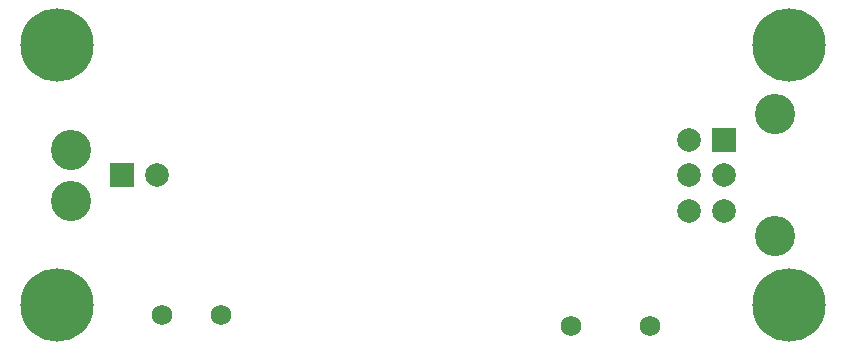
<source format=gbs>
G04*
G04 #@! TF.GenerationSoftware,Altium Limited,Altium Designer,20.0.13 (296)*
G04*
G04 Layer_Color=16711935*
%FSLAX25Y25*%
%MOIN*%
G70*
G01*
G75*
%ADD49C,0.06800*%
%ADD50C,0.07887*%
%ADD51C,0.13398*%
%ADD52R,0.07887X0.07887*%
%ADD53C,0.00800*%
%ADD63C,0.24422*%
D49*
X50681Y12311D02*
D03*
X70366D02*
D03*
X187008Y8858D02*
D03*
X213583D02*
D03*
D50*
X226378Y47244D02*
D03*
X238189D02*
D03*
X226378Y59055D02*
D03*
X238189D02*
D03*
X226378Y70866D02*
D03*
X49213Y59055D02*
D03*
D51*
X255197Y38780D02*
D03*
Y79331D02*
D03*
X20394Y50591D02*
D03*
Y67520D02*
D03*
D52*
X238189Y70866D02*
D03*
X37402Y59055D02*
D03*
D53*
X15748Y102362D02*
D03*
X259842D02*
D03*
Y15748D02*
D03*
X15748D02*
D03*
D63*
Y102362D02*
D03*
X259842D02*
D03*
Y15748D02*
D03*
X15748D02*
D03*
M02*

</source>
